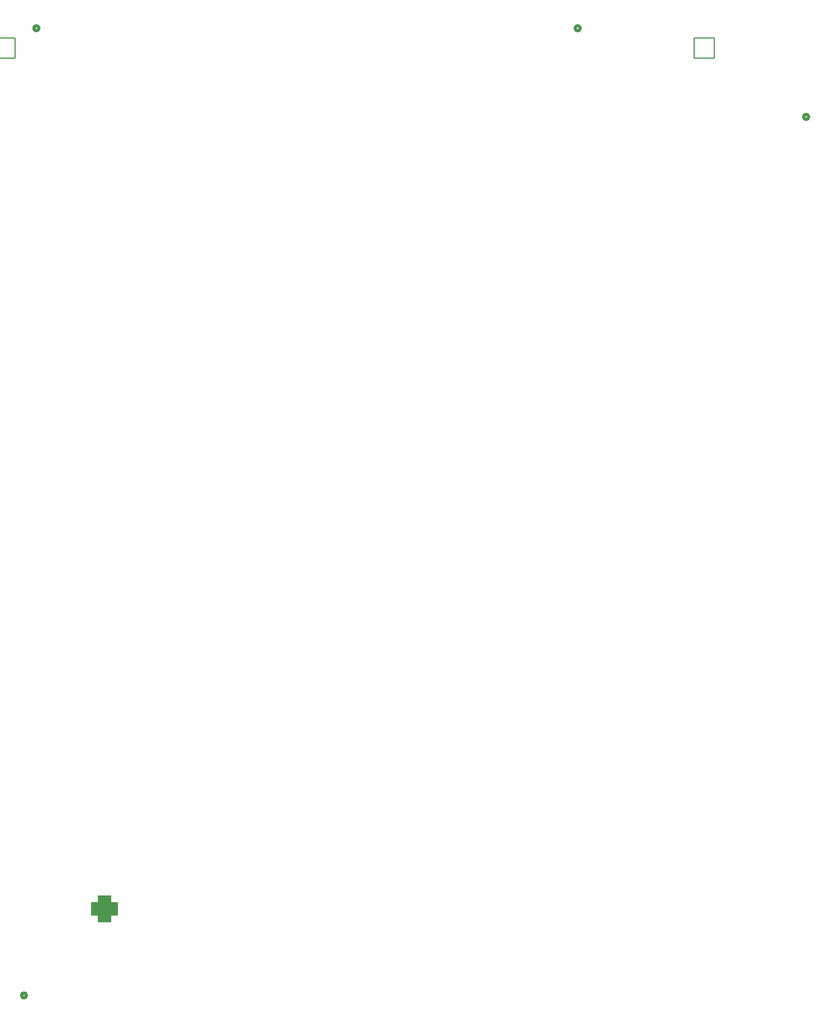
<source format=gbo>
G04 #@! TF.GenerationSoftware,KiCad,Pcbnew,8.0.6*
G04 #@! TF.CreationDate,2025-01-26T17:26:35-05:00*
G04 #@! TF.ProjectId,Main_Board_Rev1,4d61696e-5f42-46f6-9172-645f52657631,rev?*
G04 #@! TF.SameCoordinates,Original*
G04 #@! TF.FileFunction,Legend,Bot*
G04 #@! TF.FilePolarity,Positive*
%FSLAX46Y46*%
G04 Gerber Fmt 4.6, Leading zero omitted, Abs format (unit mm)*
G04 Created by KiCad (PCBNEW 8.0.6) date 2025-01-26 17:26:35*
%MOMM*%
%LPD*%
G01*
G04 APERTURE LIST*
G04 Aperture macros list*
%AMRoundRect*
0 Rectangle with rounded corners*
0 $1 Rounding radius*
0 $2 $3 $4 $5 $6 $7 $8 $9 X,Y pos of 4 corners*
0 Add a 4 corners polygon primitive as box body*
4,1,4,$2,$3,$4,$5,$6,$7,$8,$9,$2,$3,0*
0 Add four circle primitives for the rounded corners*
1,1,$1+$1,$2,$3*
1,1,$1+$1,$4,$5*
1,1,$1+$1,$6,$7*
1,1,$1+$1,$8,$9*
0 Add four rect primitives between the rounded corners*
20,1,$1+$1,$2,$3,$4,$5,0*
20,1,$1+$1,$4,$5,$6,$7,0*
20,1,$1+$1,$6,$7,$8,$9,0*
20,1,$1+$1,$8,$9,$2,$3,0*%
G04 Aperture macros list end*
%ADD10C,0.508000*%
%ADD11C,0.010000*%
%ADD12R,1.625600X1.625600*%
%ADD13C,1.625600*%
%ADD14C,9.200000*%
%ADD15C,1.524000*%
%ADD16R,1.800000X1.800000*%
%ADD17O,1.800000X1.800000*%
%ADD18R,1.700000X1.700000*%
%ADD19O,1.700000X1.700000*%
%ADD20C,1.270000*%
%ADD21R,0.900000X2.000000*%
%ADD22RoundRect,1.025000X1.025000X1.025000X-1.025000X1.025000X-1.025000X-1.025000X1.025000X-1.025000X0*%
%ADD23C,4.100000*%
%ADD24C,1.803400*%
%ADD25C,1.320800*%
%ADD26RoundRect,0.102000X-0.600000X0.600000X-0.600000X-0.600000X0.600000X-0.600000X0.600000X0.600000X0*%
%ADD27C,1.404000*%
%ADD28RoundRect,0.102000X1.500000X1.500000X-1.500000X1.500000X-1.500000X-1.500000X1.500000X-1.500000X0*%
%ADD29C,3.204000*%
G04 APERTURE END LIST*
D10*
X166281000Y-34428600D02*
G75*
G02*
X165519000Y-34428600I-381000J0D01*
G01*
X165519000Y-34428600D02*
G75*
G02*
X166281000Y-34428600I381000J0D01*
G01*
X47789800Y-167500000D02*
G75*
G02*
X47027800Y-167500000I-381000J0D01*
G01*
X47027800Y-167500000D02*
G75*
G02*
X47789800Y-167500000I381000J0D01*
G01*
X49665999Y-21000000D02*
G75*
G02*
X48903999Y-21000000I-381000J0D01*
G01*
X48903999Y-21000000D02*
G75*
G02*
X49665999Y-21000000I381000J0D01*
G01*
X131666001Y-21000000D02*
G75*
G02*
X130904001Y-21000000I-381000J0D01*
G01*
X130904001Y-21000000D02*
G75*
G02*
X131666001Y-21000000I381000J0D01*
G01*
%LPC*%
D11*
X164034000Y-109851000D02*
X164068000Y-109854000D01*
X164102000Y-109858000D01*
X164135000Y-109864000D01*
X164168000Y-109872000D01*
X164201000Y-109882000D01*
X164233000Y-109893000D01*
X164264000Y-109906000D01*
X164295000Y-109921000D01*
X164325000Y-109937000D01*
X164354000Y-109955000D01*
X164382000Y-109974000D01*
X164409000Y-109995000D01*
X164435000Y-110017000D01*
X164460000Y-110040000D01*
X164483000Y-110065000D01*
X164505000Y-110091000D01*
X164526000Y-110118000D01*
X164545000Y-110146000D01*
X164563000Y-110175000D01*
X164579000Y-110205000D01*
X164594000Y-110236000D01*
X164607000Y-110267000D01*
X164618000Y-110299000D01*
X164628000Y-110332000D01*
X164636000Y-110365000D01*
X164642000Y-110398000D01*
X164646000Y-110432000D01*
X164649000Y-110466000D01*
X164650000Y-110500000D01*
X164649000Y-110534000D01*
X164646000Y-110568000D01*
X164642000Y-110602000D01*
X164636000Y-110635000D01*
X164628000Y-110668000D01*
X164618000Y-110701000D01*
X164607000Y-110733000D01*
X164594000Y-110764000D01*
X164579000Y-110795000D01*
X164563000Y-110825000D01*
X164545000Y-110854000D01*
X164526000Y-110882000D01*
X164505000Y-110909000D01*
X164483000Y-110935000D01*
X164460000Y-110960000D01*
X164435000Y-110983000D01*
X164409000Y-111005000D01*
X164382000Y-111026000D01*
X164354000Y-111045000D01*
X164325000Y-111063000D01*
X164295000Y-111079000D01*
X164264000Y-111094000D01*
X164233000Y-111107000D01*
X164201000Y-111118000D01*
X164168000Y-111128000D01*
X164135000Y-111136000D01*
X164102000Y-111142000D01*
X164068000Y-111146000D01*
X164034000Y-111149000D01*
X164000000Y-111150000D01*
X163400000Y-111150000D01*
X163366000Y-111149000D01*
X163332000Y-111146000D01*
X163298000Y-111142000D01*
X163265000Y-111136000D01*
X163232000Y-111128000D01*
X163199000Y-111118000D01*
X163167000Y-111107000D01*
X163136000Y-111094000D01*
X163105000Y-111079000D01*
X163075000Y-111063000D01*
X163046000Y-111045000D01*
X163018000Y-111026000D01*
X162991000Y-111005000D01*
X162965000Y-110983000D01*
X162940000Y-110960000D01*
X162917000Y-110935000D01*
X162895000Y-110909000D01*
X162874000Y-110882000D01*
X162855000Y-110854000D01*
X162837000Y-110825000D01*
X162821000Y-110795000D01*
X162806000Y-110764000D01*
X162793000Y-110733000D01*
X162782000Y-110701000D01*
X162772000Y-110668000D01*
X162764000Y-110635000D01*
X162758000Y-110602000D01*
X162754000Y-110568000D01*
X162751000Y-110534000D01*
X162750000Y-110500000D01*
X162751000Y-110466000D01*
X162754000Y-110432000D01*
X162758000Y-110398000D01*
X162764000Y-110365000D01*
X162772000Y-110332000D01*
X162782000Y-110299000D01*
X162793000Y-110267000D01*
X162806000Y-110236000D01*
X162821000Y-110205000D01*
X162837000Y-110175000D01*
X162855000Y-110146000D01*
X162874000Y-110118000D01*
X162895000Y-110091000D01*
X162917000Y-110065000D01*
X162940000Y-110040000D01*
X162965000Y-110017000D01*
X162991000Y-109995000D01*
X163018000Y-109974000D01*
X163046000Y-109955000D01*
X163075000Y-109937000D01*
X163105000Y-109921000D01*
X163136000Y-109906000D01*
X163167000Y-109893000D01*
X163199000Y-109882000D01*
X163232000Y-109872000D01*
X163265000Y-109864000D01*
X163298000Y-109858000D01*
X163332000Y-109854000D01*
X163366000Y-109851000D01*
X163400000Y-109850000D01*
X164000000Y-109850000D01*
X164034000Y-109851000D01*
G36*
X164034000Y-109851000D02*
G01*
X164068000Y-109854000D01*
X164102000Y-109858000D01*
X164135000Y-109864000D01*
X164168000Y-109872000D01*
X164201000Y-109882000D01*
X164233000Y-109893000D01*
X164264000Y-109906000D01*
X164295000Y-109921000D01*
X164325000Y-109937000D01*
X164354000Y-109955000D01*
X164382000Y-109974000D01*
X164409000Y-109995000D01*
X164435000Y-110017000D01*
X164460000Y-110040000D01*
X164483000Y-110065000D01*
X164505000Y-110091000D01*
X164526000Y-110118000D01*
X164545000Y-110146000D01*
X164563000Y-110175000D01*
X164579000Y-110205000D01*
X164594000Y-110236000D01*
X164607000Y-110267000D01*
X164618000Y-110299000D01*
X164628000Y-110332000D01*
X164636000Y-110365000D01*
X164642000Y-110398000D01*
X164646000Y-110432000D01*
X164649000Y-110466000D01*
X164650000Y-110500000D01*
X164649000Y-110534000D01*
X164646000Y-110568000D01*
X164642000Y-110602000D01*
X164636000Y-110635000D01*
X164628000Y-110668000D01*
X164618000Y-110701000D01*
X164607000Y-110733000D01*
X164594000Y-110764000D01*
X164579000Y-110795000D01*
X164563000Y-110825000D01*
X164545000Y-110854000D01*
X164526000Y-110882000D01*
X164505000Y-110909000D01*
X164483000Y-110935000D01*
X164460000Y-110960000D01*
X164435000Y-110983000D01*
X164409000Y-111005000D01*
X164382000Y-111026000D01*
X164354000Y-111045000D01*
X164325000Y-111063000D01*
X164295000Y-111079000D01*
X164264000Y-111094000D01*
X164233000Y-111107000D01*
X164201000Y-111118000D01*
X164168000Y-111128000D01*
X164135000Y-111136000D01*
X164102000Y-111142000D01*
X164068000Y-111146000D01*
X164034000Y-111149000D01*
X164000000Y-111150000D01*
X163400000Y-111150000D01*
X163366000Y-111149000D01*
X163332000Y-111146000D01*
X163298000Y-111142000D01*
X163265000Y-111136000D01*
X163232000Y-111128000D01*
X163199000Y-111118000D01*
X163167000Y-111107000D01*
X163136000Y-111094000D01*
X163105000Y-111079000D01*
X163075000Y-111063000D01*
X163046000Y-111045000D01*
X163018000Y-111026000D01*
X162991000Y-111005000D01*
X162965000Y-110983000D01*
X162940000Y-110960000D01*
X162917000Y-110935000D01*
X162895000Y-110909000D01*
X162874000Y-110882000D01*
X162855000Y-110854000D01*
X162837000Y-110825000D01*
X162821000Y-110795000D01*
X162806000Y-110764000D01*
X162793000Y-110733000D01*
X162782000Y-110701000D01*
X162772000Y-110668000D01*
X162764000Y-110635000D01*
X162758000Y-110602000D01*
X162754000Y-110568000D01*
X162751000Y-110534000D01*
X162750000Y-110500000D01*
X162751000Y-110466000D01*
X162754000Y-110432000D01*
X162758000Y-110398000D01*
X162764000Y-110365000D01*
X162772000Y-110332000D01*
X162782000Y-110299000D01*
X162793000Y-110267000D01*
X162806000Y-110236000D01*
X162821000Y-110205000D01*
X162837000Y-110175000D01*
X162855000Y-110146000D01*
X162874000Y-110118000D01*
X162895000Y-110091000D01*
X162917000Y-110065000D01*
X162940000Y-110040000D01*
X162965000Y-110017000D01*
X162991000Y-109995000D01*
X163018000Y-109974000D01*
X163046000Y-109955000D01*
X163075000Y-109937000D01*
X163105000Y-109921000D01*
X163136000Y-109906000D01*
X163167000Y-109893000D01*
X163199000Y-109882000D01*
X163232000Y-109872000D01*
X163265000Y-109864000D01*
X163298000Y-109858000D01*
X163332000Y-109854000D01*
X163366000Y-109851000D01*
X163400000Y-109850000D01*
X164000000Y-109850000D01*
X164034000Y-109851000D01*
G37*
X164034000Y-118491000D02*
X164068000Y-118494000D01*
X164102000Y-118498000D01*
X164135000Y-118504000D01*
X164168000Y-118512000D01*
X164201000Y-118522000D01*
X164233000Y-118533000D01*
X164264000Y-118546000D01*
X164295000Y-118561000D01*
X164325000Y-118577000D01*
X164354000Y-118595000D01*
X164382000Y-118614000D01*
X164409000Y-118635000D01*
X164435000Y-118657000D01*
X164460000Y-118680000D01*
X164483000Y-118705000D01*
X164505000Y-118731000D01*
X164526000Y-118758000D01*
X164545000Y-118786000D01*
X164563000Y-118815000D01*
X164579000Y-118845000D01*
X164594000Y-118876000D01*
X164607000Y-118907000D01*
X164618000Y-118939000D01*
X164628000Y-118972000D01*
X164636000Y-119005000D01*
X164642000Y-119038000D01*
X164646000Y-119072000D01*
X164649000Y-119106000D01*
X164650000Y-119140000D01*
X164649000Y-119174000D01*
X164646000Y-119208000D01*
X164642000Y-119242000D01*
X164636000Y-119275000D01*
X164628000Y-119308000D01*
X164618000Y-119341000D01*
X164607000Y-119373000D01*
X164594000Y-119404000D01*
X164579000Y-119435000D01*
X164563000Y-119465000D01*
X164545000Y-119494000D01*
X164526000Y-119522000D01*
X164505000Y-119549000D01*
X164483000Y-119575000D01*
X164460000Y-119600000D01*
X164435000Y-119623000D01*
X164409000Y-119645000D01*
X164382000Y-119666000D01*
X164354000Y-119685000D01*
X164325000Y-119703000D01*
X164295000Y-119719000D01*
X164264000Y-119734000D01*
X164233000Y-119747000D01*
X164201000Y-119758000D01*
X164168000Y-119768000D01*
X164135000Y-119776000D01*
X164102000Y-119782000D01*
X164068000Y-119786000D01*
X164034000Y-119789000D01*
X164000000Y-119790000D01*
X163400000Y-119790000D01*
X163366000Y-119789000D01*
X163332000Y-119786000D01*
X163298000Y-119782000D01*
X163265000Y-119776000D01*
X163232000Y-119768000D01*
X163199000Y-119758000D01*
X163167000Y-119747000D01*
X163136000Y-119734000D01*
X163105000Y-119719000D01*
X163075000Y-119703000D01*
X163046000Y-119685000D01*
X163018000Y-119666000D01*
X162991000Y-119645000D01*
X162965000Y-119623000D01*
X162940000Y-119600000D01*
X162917000Y-119575000D01*
X162895000Y-119549000D01*
X162874000Y-119522000D01*
X162855000Y-119494000D01*
X162837000Y-119465000D01*
X162821000Y-119435000D01*
X162806000Y-119404000D01*
X162793000Y-119373000D01*
X162782000Y-119341000D01*
X162772000Y-119308000D01*
X162764000Y-119275000D01*
X162758000Y-119242000D01*
X162754000Y-119208000D01*
X162751000Y-119174000D01*
X162750000Y-119140000D01*
X162751000Y-119106000D01*
X162754000Y-119072000D01*
X162758000Y-119038000D01*
X162764000Y-119005000D01*
X162772000Y-118972000D01*
X162782000Y-118939000D01*
X162793000Y-118907000D01*
X162806000Y-118876000D01*
X162821000Y-118845000D01*
X162837000Y-118815000D01*
X162855000Y-118786000D01*
X162874000Y-118758000D01*
X162895000Y-118731000D01*
X162917000Y-118705000D01*
X162940000Y-118680000D01*
X162965000Y-118657000D01*
X162991000Y-118635000D01*
X163018000Y-118614000D01*
X163046000Y-118595000D01*
X163075000Y-118577000D01*
X163105000Y-118561000D01*
X163136000Y-118546000D01*
X163167000Y-118533000D01*
X163199000Y-118522000D01*
X163232000Y-118512000D01*
X163265000Y-118504000D01*
X163298000Y-118498000D01*
X163332000Y-118494000D01*
X163366000Y-118491000D01*
X163400000Y-118490000D01*
X164000000Y-118490000D01*
X164034000Y-118491000D01*
G36*
X164034000Y-118491000D02*
G01*
X164068000Y-118494000D01*
X164102000Y-118498000D01*
X164135000Y-118504000D01*
X164168000Y-118512000D01*
X164201000Y-118522000D01*
X164233000Y-118533000D01*
X164264000Y-118546000D01*
X164295000Y-118561000D01*
X164325000Y-118577000D01*
X164354000Y-118595000D01*
X164382000Y-118614000D01*
X164409000Y-118635000D01*
X164435000Y-118657000D01*
X164460000Y-118680000D01*
X164483000Y-118705000D01*
X164505000Y-118731000D01*
X164526000Y-118758000D01*
X164545000Y-118786000D01*
X164563000Y-118815000D01*
X164579000Y-118845000D01*
X164594000Y-118876000D01*
X164607000Y-118907000D01*
X164618000Y-118939000D01*
X164628000Y-118972000D01*
X164636000Y-119005000D01*
X164642000Y-119038000D01*
X164646000Y-119072000D01*
X164649000Y-119106000D01*
X164650000Y-119140000D01*
X164649000Y-119174000D01*
X164646000Y-119208000D01*
X164642000Y-119242000D01*
X164636000Y-119275000D01*
X164628000Y-119308000D01*
X164618000Y-119341000D01*
X164607000Y-119373000D01*
X164594000Y-119404000D01*
X164579000Y-119435000D01*
X164563000Y-119465000D01*
X164545000Y-119494000D01*
X164526000Y-119522000D01*
X164505000Y-119549000D01*
X164483000Y-119575000D01*
X164460000Y-119600000D01*
X164435000Y-119623000D01*
X164409000Y-119645000D01*
X164382000Y-119666000D01*
X164354000Y-119685000D01*
X164325000Y-119703000D01*
X164295000Y-119719000D01*
X164264000Y-119734000D01*
X164233000Y-119747000D01*
X164201000Y-119758000D01*
X164168000Y-119768000D01*
X164135000Y-119776000D01*
X164102000Y-119782000D01*
X164068000Y-119786000D01*
X164034000Y-119789000D01*
X164000000Y-119790000D01*
X163400000Y-119790000D01*
X163366000Y-119789000D01*
X163332000Y-119786000D01*
X163298000Y-119782000D01*
X163265000Y-119776000D01*
X163232000Y-119768000D01*
X163199000Y-119758000D01*
X163167000Y-119747000D01*
X163136000Y-119734000D01*
X163105000Y-119719000D01*
X163075000Y-119703000D01*
X163046000Y-119685000D01*
X163018000Y-119666000D01*
X162991000Y-119645000D01*
X162965000Y-119623000D01*
X162940000Y-119600000D01*
X162917000Y-119575000D01*
X162895000Y-119549000D01*
X162874000Y-119522000D01*
X162855000Y-119494000D01*
X162837000Y-119465000D01*
X162821000Y-119435000D01*
X162806000Y-119404000D01*
X162793000Y-119373000D01*
X162782000Y-119341000D01*
X162772000Y-119308000D01*
X162764000Y-119275000D01*
X162758000Y-119242000D01*
X162754000Y-119208000D01*
X162751000Y-119174000D01*
X162750000Y-119140000D01*
X162751000Y-119106000D01*
X162754000Y-119072000D01*
X162758000Y-119038000D01*
X162764000Y-119005000D01*
X162772000Y-118972000D01*
X162782000Y-118939000D01*
X162793000Y-118907000D01*
X162806000Y-118876000D01*
X162821000Y-118845000D01*
X162837000Y-118815000D01*
X162855000Y-118786000D01*
X162874000Y-118758000D01*
X162895000Y-118731000D01*
X162917000Y-118705000D01*
X162940000Y-118680000D01*
X162965000Y-118657000D01*
X162991000Y-118635000D01*
X163018000Y-118614000D01*
X163046000Y-118595000D01*
X163075000Y-118577000D01*
X163105000Y-118561000D01*
X163136000Y-118546000D01*
X163167000Y-118533000D01*
X163199000Y-118522000D01*
X163232000Y-118512000D01*
X163265000Y-118504000D01*
X163298000Y-118498000D01*
X163332000Y-118494000D01*
X163366000Y-118491000D01*
X163400000Y-118490000D01*
X164000000Y-118490000D01*
X164034000Y-118491000D01*
G37*
X167834000Y-109851000D02*
X167868000Y-109854000D01*
X167902000Y-109858000D01*
X167935000Y-109864000D01*
X167968000Y-109872000D01*
X168001000Y-109882000D01*
X168033000Y-109893000D01*
X168064000Y-109906000D01*
X168095000Y-109921000D01*
X168125000Y-109937000D01*
X168154000Y-109955000D01*
X168182000Y-109974000D01*
X168209000Y-109995000D01*
X168235000Y-110017000D01*
X168260000Y-110040000D01*
X168283000Y-110065000D01*
X168305000Y-110091000D01*
X168326000Y-110118000D01*
X168345000Y-110146000D01*
X168363000Y-110175000D01*
X168379000Y-110205000D01*
X168394000Y-110236000D01*
X168407000Y-110267000D01*
X168418000Y-110299000D01*
X168428000Y-110332000D01*
X168436000Y-110365000D01*
X168442000Y-110398000D01*
X168446000Y-110432000D01*
X168449000Y-110466000D01*
X168450000Y-110500000D01*
X168449000Y-110534000D01*
X168446000Y-110568000D01*
X168442000Y-110602000D01*
X168436000Y-110635000D01*
X168428000Y-110668000D01*
X168418000Y-110701000D01*
X168407000Y-110733000D01*
X168394000Y-110764000D01*
X168379000Y-110795000D01*
X168363000Y-110825000D01*
X168345000Y-110854000D01*
X168326000Y-110882000D01*
X168305000Y-110909000D01*
X168283000Y-110935000D01*
X168260000Y-110960000D01*
X168235000Y-110983000D01*
X168209000Y-111005000D01*
X168182000Y-111026000D01*
X168154000Y-111045000D01*
X168125000Y-111063000D01*
X168095000Y-111079000D01*
X168064000Y-111094000D01*
X168033000Y-111107000D01*
X168001000Y-111118000D01*
X167968000Y-111128000D01*
X167935000Y-111136000D01*
X167902000Y-111142000D01*
X167868000Y-111146000D01*
X167834000Y-111149000D01*
X167800000Y-111150000D01*
X167200000Y-111150000D01*
X167166000Y-111149000D01*
X167132000Y-111146000D01*
X167098000Y-111142000D01*
X167065000Y-111136000D01*
X167032000Y-111128000D01*
X166999000Y-111118000D01*
X166967000Y-111107000D01*
X166936000Y-111094000D01*
X166905000Y-111079000D01*
X166875000Y-111063000D01*
X166846000Y-111045000D01*
X166818000Y-111026000D01*
X166791000Y-111005000D01*
X166765000Y-110983000D01*
X166740000Y-110960000D01*
X166717000Y-110935000D01*
X166695000Y-110909000D01*
X166674000Y-110882000D01*
X166655000Y-110854000D01*
X166637000Y-110825000D01*
X166621000Y-110795000D01*
X166606000Y-110764000D01*
X166593000Y-110733000D01*
X166582000Y-110701000D01*
X166572000Y-110668000D01*
X166564000Y-110635000D01*
X166558000Y-110602000D01*
X166554000Y-110568000D01*
X166551000Y-110534000D01*
X166550000Y-110500000D01*
X166551000Y-110466000D01*
X166554000Y-110432000D01*
X166558000Y-110398000D01*
X166564000Y-110365000D01*
X166572000Y-110332000D01*
X166582000Y-110299000D01*
X166593000Y-110267000D01*
X166606000Y-110236000D01*
X166621000Y-110205000D01*
X166637000Y-110175000D01*
X166655000Y-110146000D01*
X166674000Y-110118000D01*
X166695000Y-110091000D01*
X166717000Y-110065000D01*
X166740000Y-110040000D01*
X166765000Y-110017000D01*
X166791000Y-109995000D01*
X166818000Y-109974000D01*
X166846000Y-109955000D01*
X166875000Y-109937000D01*
X166905000Y-109921000D01*
X166936000Y-109906000D01*
X166967000Y-109893000D01*
X166999000Y-109882000D01*
X167032000Y-109872000D01*
X167065000Y-109864000D01*
X167098000Y-109858000D01*
X167132000Y-109854000D01*
X167166000Y-109851000D01*
X167200000Y-109850000D01*
X167800000Y-109850000D01*
X167834000Y-109851000D01*
G36*
X167834000Y-109851000D02*
G01*
X167868000Y-109854000D01*
X167902000Y-109858000D01*
X167935000Y-109864000D01*
X167968000Y-109872000D01*
X168001000Y-109882000D01*
X168033000Y-109893000D01*
X168064000Y-109906000D01*
X168095000Y-109921000D01*
X168125000Y-109937000D01*
X168154000Y-109955000D01*
X168182000Y-109974000D01*
X168209000Y-109995000D01*
X168235000Y-110017000D01*
X168260000Y-110040000D01*
X168283000Y-110065000D01*
X168305000Y-110091000D01*
X168326000Y-110118000D01*
X168345000Y-110146000D01*
X168363000Y-110175000D01*
X168379000Y-110205000D01*
X168394000Y-110236000D01*
X168407000Y-110267000D01*
X168418000Y-110299000D01*
X168428000Y-110332000D01*
X168436000Y-110365000D01*
X168442000Y-110398000D01*
X168446000Y-110432000D01*
X168449000Y-110466000D01*
X168450000Y-110500000D01*
X168449000Y-110534000D01*
X168446000Y-110568000D01*
X168442000Y-110602000D01*
X168436000Y-110635000D01*
X168428000Y-110668000D01*
X168418000Y-110701000D01*
X168407000Y-110733000D01*
X168394000Y-110764000D01*
X168379000Y-110795000D01*
X168363000Y-110825000D01*
X168345000Y-110854000D01*
X168326000Y-110882000D01*
X168305000Y-110909000D01*
X168283000Y-110935000D01*
X168260000Y-110960000D01*
X168235000Y-110983000D01*
X168209000Y-111005000D01*
X168182000Y-111026000D01*
X168154000Y-111045000D01*
X168125000Y-111063000D01*
X168095000Y-111079000D01*
X168064000Y-111094000D01*
X168033000Y-111107000D01*
X168001000Y-111118000D01*
X167968000Y-111128000D01*
X167935000Y-111136000D01*
X167902000Y-111142000D01*
X167868000Y-111146000D01*
X167834000Y-111149000D01*
X167800000Y-111150000D01*
X167200000Y-111150000D01*
X167166000Y-111149000D01*
X167132000Y-111146000D01*
X167098000Y-111142000D01*
X167065000Y-111136000D01*
X167032000Y-111128000D01*
X166999000Y-111118000D01*
X166967000Y-111107000D01*
X166936000Y-111094000D01*
X166905000Y-111079000D01*
X166875000Y-111063000D01*
X166846000Y-111045000D01*
X166818000Y-111026000D01*
X166791000Y-111005000D01*
X166765000Y-110983000D01*
X166740000Y-110960000D01*
X166717000Y-110935000D01*
X166695000Y-110909000D01*
X166674000Y-110882000D01*
X166655000Y-110854000D01*
X166637000Y-110825000D01*
X166621000Y-110795000D01*
X166606000Y-110764000D01*
X166593000Y-110733000D01*
X166582000Y-110701000D01*
X166572000Y-110668000D01*
X166564000Y-110635000D01*
X166558000Y-110602000D01*
X166554000Y-110568000D01*
X166551000Y-110534000D01*
X166550000Y-110500000D01*
X166551000Y-110466000D01*
X166554000Y-110432000D01*
X166558000Y-110398000D01*
X166564000Y-110365000D01*
X166572000Y-110332000D01*
X166582000Y-110299000D01*
X166593000Y-110267000D01*
X166606000Y-110236000D01*
X166621000Y-110205000D01*
X166637000Y-110175000D01*
X166655000Y-110146000D01*
X166674000Y-110118000D01*
X166695000Y-110091000D01*
X166717000Y-110065000D01*
X166740000Y-110040000D01*
X166765000Y-110017000D01*
X166791000Y-109995000D01*
X166818000Y-109974000D01*
X166846000Y-109955000D01*
X166875000Y-109937000D01*
X166905000Y-109921000D01*
X166936000Y-109906000D01*
X166967000Y-109893000D01*
X166999000Y-109882000D01*
X167032000Y-109872000D01*
X167065000Y-109864000D01*
X167098000Y-109858000D01*
X167132000Y-109854000D01*
X167166000Y-109851000D01*
X167200000Y-109850000D01*
X167800000Y-109850000D01*
X167834000Y-109851000D01*
G37*
X167834000Y-118491000D02*
X167868000Y-118494000D01*
X167902000Y-118498000D01*
X167935000Y-118504000D01*
X167968000Y-118512000D01*
X168001000Y-118522000D01*
X168033000Y-118533000D01*
X168064000Y-118546000D01*
X168095000Y-118561000D01*
X168125000Y-118577000D01*
X168154000Y-118595000D01*
X168182000Y-118614000D01*
X168209000Y-118635000D01*
X168235000Y-118657000D01*
X168260000Y-118680000D01*
X168283000Y-118705000D01*
X168305000Y-118731000D01*
X168326000Y-118758000D01*
X168345000Y-118786000D01*
X168363000Y-118815000D01*
X168379000Y-118845000D01*
X168394000Y-118876000D01*
X168407000Y-118907000D01*
X168418000Y-118939000D01*
X168428000Y-118972000D01*
X168436000Y-119005000D01*
X168442000Y-119038000D01*
X168446000Y-119072000D01*
X168449000Y-119106000D01*
X168450000Y-119140000D01*
X168449000Y-119174000D01*
X168446000Y-119208000D01*
X168442000Y-119242000D01*
X168436000Y-119275000D01*
X168428000Y-119308000D01*
X168418000Y-119341000D01*
X168407000Y-119373000D01*
X168394000Y-119404000D01*
X168379000Y-119435000D01*
X168363000Y-119465000D01*
X168345000Y-119494000D01*
X168326000Y-119522000D01*
X168305000Y-119549000D01*
X168283000Y-119575000D01*
X168260000Y-119600000D01*
X168235000Y-119623000D01*
X168209000Y-119645000D01*
X168182000Y-119666000D01*
X168154000Y-119685000D01*
X168125000Y-119703000D01*
X168095000Y-119719000D01*
X168064000Y-119734000D01*
X168033000Y-119747000D01*
X168001000Y-119758000D01*
X167968000Y-119768000D01*
X167935000Y-119776000D01*
X167902000Y-119782000D01*
X167868000Y-119786000D01*
X167834000Y-119789000D01*
X167800000Y-119790000D01*
X167200000Y-119790000D01*
X167166000Y-119789000D01*
X167132000Y-119786000D01*
X167098000Y-119782000D01*
X167065000Y-119776000D01*
X167032000Y-119768000D01*
X166999000Y-119758000D01*
X166967000Y-119747000D01*
X166936000Y-119734000D01*
X166905000Y-119719000D01*
X166875000Y-119703000D01*
X166846000Y-119685000D01*
X166818000Y-119666000D01*
X166791000Y-119645000D01*
X166765000Y-119623000D01*
X166740000Y-119600000D01*
X166717000Y-119575000D01*
X166695000Y-119549000D01*
X166674000Y-119522000D01*
X166655000Y-119494000D01*
X166637000Y-119465000D01*
X166621000Y-119435000D01*
X166606000Y-119404000D01*
X166593000Y-119373000D01*
X166582000Y-119341000D01*
X166572000Y-119308000D01*
X166564000Y-119275000D01*
X166558000Y-119242000D01*
X166554000Y-119208000D01*
X166551000Y-119174000D01*
X166550000Y-119140000D01*
X166551000Y-119106000D01*
X166554000Y-119072000D01*
X166558000Y-119038000D01*
X166564000Y-119005000D01*
X166572000Y-118972000D01*
X166582000Y-118939000D01*
X166593000Y-118907000D01*
X166606000Y-118876000D01*
X166621000Y-118845000D01*
X166637000Y-118815000D01*
X166655000Y-118786000D01*
X166674000Y-118758000D01*
X166695000Y-118731000D01*
X166717000Y-118705000D01*
X166740000Y-118680000D01*
X166765000Y-118657000D01*
X166791000Y-118635000D01*
X166818000Y-118614000D01*
X166846000Y-118595000D01*
X166875000Y-118577000D01*
X166905000Y-118561000D01*
X166936000Y-118546000D01*
X166967000Y-118533000D01*
X166999000Y-118522000D01*
X167032000Y-118512000D01*
X167065000Y-118504000D01*
X167098000Y-118498000D01*
X167132000Y-118494000D01*
X167166000Y-118491000D01*
X167200000Y-118490000D01*
X167800000Y-118490000D01*
X167834000Y-118491000D01*
G36*
X167834000Y-118491000D02*
G01*
X167868000Y-118494000D01*
X167902000Y-118498000D01*
X167935000Y-118504000D01*
X167968000Y-118512000D01*
X168001000Y-118522000D01*
X168033000Y-118533000D01*
X168064000Y-118546000D01*
X168095000Y-118561000D01*
X168125000Y-118577000D01*
X168154000Y-118595000D01*
X168182000Y-118614000D01*
X168209000Y-118635000D01*
X168235000Y-118657000D01*
X168260000Y-118680000D01*
X168283000Y-118705000D01*
X168305000Y-118731000D01*
X168326000Y-118758000D01*
X168345000Y-118786000D01*
X168363000Y-118815000D01*
X168379000Y-118845000D01*
X168394000Y-118876000D01*
X168407000Y-118907000D01*
X168418000Y-118939000D01*
X168428000Y-118972000D01*
X168436000Y-119005000D01*
X168442000Y-119038000D01*
X168446000Y-119072000D01*
X168449000Y-119106000D01*
X168450000Y-119140000D01*
X168449000Y-119174000D01*
X168446000Y-119208000D01*
X168442000Y-119242000D01*
X168436000Y-119275000D01*
X168428000Y-119308000D01*
X168418000Y-119341000D01*
X168407000Y-119373000D01*
X168394000Y-119404000D01*
X168379000Y-119435000D01*
X168363000Y-119465000D01*
X168345000Y-119494000D01*
X168326000Y-119522000D01*
X168305000Y-119549000D01*
X168283000Y-119575000D01*
X168260000Y-119600000D01*
X168235000Y-119623000D01*
X168209000Y-119645000D01*
X168182000Y-119666000D01*
X168154000Y-119685000D01*
X168125000Y-119703000D01*
X168095000Y-119719000D01*
X168064000Y-119734000D01*
X168033000Y-119747000D01*
X168001000Y-119758000D01*
X167968000Y-119768000D01*
X167935000Y-119776000D01*
X167902000Y-119782000D01*
X167868000Y-119786000D01*
X167834000Y-119789000D01*
X167800000Y-119790000D01*
X167200000Y-119790000D01*
X167166000Y-119789000D01*
X167132000Y-119786000D01*
X167098000Y-119782000D01*
X167065000Y-119776000D01*
X167032000Y-119768000D01*
X166999000Y-119758000D01*
X166967000Y-119747000D01*
X166936000Y-119734000D01*
X166905000Y-119719000D01*
X166875000Y-119703000D01*
X166846000Y-119685000D01*
X166818000Y-119666000D01*
X166791000Y-119645000D01*
X166765000Y-119623000D01*
X166740000Y-119600000D01*
X166717000Y-119575000D01*
X166695000Y-119549000D01*
X166674000Y-119522000D01*
X166655000Y-119494000D01*
X166637000Y-119465000D01*
X166621000Y-119435000D01*
X166606000Y-119404000D01*
X166593000Y-119373000D01*
X166582000Y-119341000D01*
X166572000Y-119308000D01*
X166564000Y-119275000D01*
X166558000Y-119242000D01*
X166554000Y-119208000D01*
X166551000Y-119174000D01*
X166550000Y-119140000D01*
X166551000Y-119106000D01*
X166554000Y-119072000D01*
X166558000Y-119038000D01*
X166564000Y-119005000D01*
X166572000Y-118972000D01*
X166582000Y-118939000D01*
X166593000Y-118907000D01*
X166606000Y-118876000D01*
X166621000Y-118845000D01*
X166637000Y-118815000D01*
X166655000Y-118786000D01*
X166674000Y-118758000D01*
X166695000Y-118731000D01*
X166717000Y-118705000D01*
X166740000Y-118680000D01*
X166765000Y-118657000D01*
X166791000Y-118635000D01*
X166818000Y-118614000D01*
X166846000Y-118595000D01*
X166875000Y-118577000D01*
X166905000Y-118561000D01*
X166936000Y-118546000D01*
X166967000Y-118533000D01*
X166999000Y-118522000D01*
X167032000Y-118512000D01*
X167065000Y-118504000D01*
X167098000Y-118498000D01*
X167132000Y-118494000D01*
X167166000Y-118491000D01*
X167200000Y-118490000D01*
X167800000Y-118490000D01*
X167834000Y-118491000D01*
G37*
D12*
X38160500Y-77450000D03*
D13*
X49336500Y-77450000D03*
D14*
X24000000Y-165500000D03*
D12*
X49589500Y-83950000D03*
D13*
X38413500Y-83950000D03*
D12*
X114156000Y-57500000D03*
D13*
X102980000Y-57500000D03*
D14*
X24000000Y-25000000D03*
D15*
X165900000Y-38010000D03*
X168440000Y-38010000D03*
X165900000Y-40550000D03*
X168440000Y-40550000D03*
X165900000Y-43090000D03*
X168440000Y-43090000D03*
X165900000Y-45630000D03*
X168440000Y-45630000D03*
X165900000Y-48170000D03*
X168440000Y-48170000D03*
X165900000Y-50710000D03*
X168440000Y-50710000D03*
X165900000Y-53250000D03*
X168440000Y-53250000D03*
X165900000Y-55790000D03*
X168440000Y-55790000D03*
X165900000Y-58330000D03*
X168440000Y-58330000D03*
X165900000Y-60870000D03*
X168440000Y-60870000D03*
X165900000Y-63410000D03*
X168440000Y-63410000D03*
X165900000Y-65950000D03*
X168440000Y-65950000D03*
X165900000Y-68490000D03*
X168440000Y-68490000D03*
X165900000Y-71030000D03*
X168440000Y-71030000D03*
X165900000Y-73570000D03*
X168440000Y-73570000D03*
X165900000Y-76110000D03*
X168440000Y-76110000D03*
X165900000Y-78650000D03*
X168440000Y-78650000D03*
X165900000Y-81190000D03*
X168440000Y-81190000D03*
X165900000Y-83730000D03*
X168440000Y-83730000D03*
X165900000Y-86270000D03*
X168440000Y-86270000D03*
D16*
X73920000Y-59690000D03*
D17*
X79000000Y-60960000D03*
X73920000Y-62230000D03*
X79000000Y-63500000D03*
X73920000Y-64770000D03*
X79000000Y-66040000D03*
X73920000Y-67310000D03*
X79000000Y-68580000D03*
X73920000Y-69850000D03*
X79000000Y-71120000D03*
X73920000Y-72390000D03*
X79000000Y-73660000D03*
X73920000Y-74930000D03*
X79000000Y-76200000D03*
X73920000Y-77470000D03*
D12*
X103110500Y-51500000D03*
D13*
X114286500Y-51500000D03*
D18*
X73500000Y-102000000D03*
D19*
X70960000Y-102000000D03*
D14*
X164500000Y-25000000D03*
D18*
X142975000Y-140000000D03*
D19*
X140435000Y-140000000D03*
D20*
X108255000Y-69425000D03*
X108255000Y-71925000D03*
D14*
X164500000Y-165500000D03*
D21*
X62750000Y-160350000D03*
X49250000Y-160350000D03*
D22*
X59600000Y-154350000D03*
D23*
X52400000Y-154350000D03*
D12*
X112889500Y-84000000D03*
D13*
X101713500Y-84000000D03*
D24*
X43000000Y-167500000D03*
X38000000Y-167500000D03*
D25*
X52000000Y-21000000D03*
X53999999Y-21000000D03*
X56000000Y-21000000D03*
X57999998Y-21000000D03*
D12*
X101713500Y-90500000D03*
D13*
X112889500Y-90500000D03*
D25*
X134000002Y-21000000D03*
X136000001Y-21000000D03*
X138000002Y-21000000D03*
X140000000Y-21000000D03*
D18*
X92799976Y-162070108D03*
D19*
X90259976Y-162070108D03*
D26*
X21000000Y-122500000D03*
D27*
X21000000Y-120500000D03*
X21000000Y-118500000D03*
X21000000Y-116500000D03*
D12*
X36402000Y-62225000D03*
D13*
X47578000Y-62225000D03*
D12*
X47639500Y-56350000D03*
D13*
X36463500Y-56350000D03*
D18*
X73500000Y-97000000D03*
D19*
X70960000Y-97000000D03*
D28*
X150480000Y-24000000D03*
D29*
X146520000Y-24000000D03*
D28*
X44500000Y-24000000D03*
D29*
X40540000Y-24000000D03*
%LPD*%
M02*

</source>
